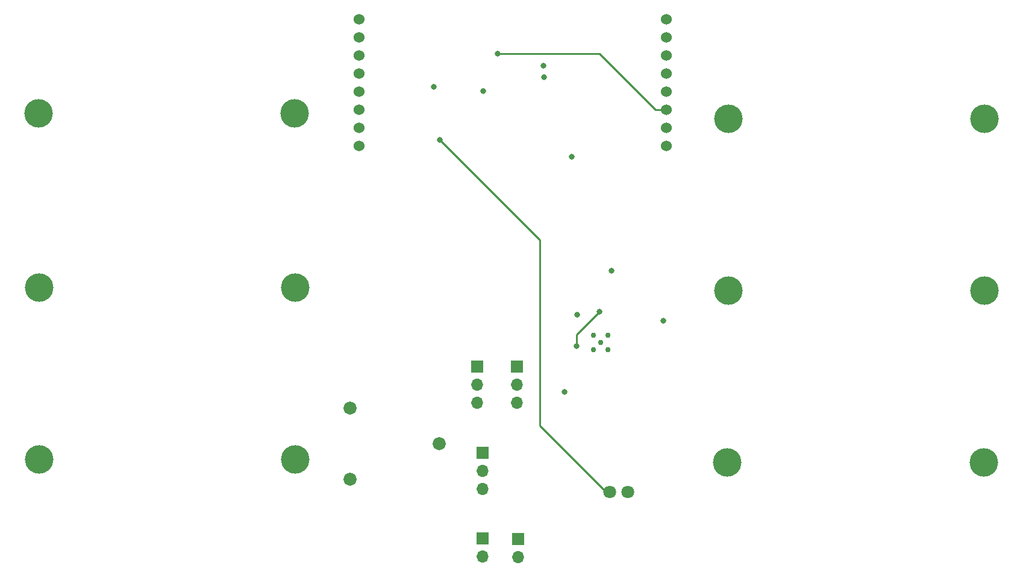
<source format=gbr>
G04 #@! TF.GenerationSoftware,KiCad,Pcbnew,(5.1.5)-3*
G04 #@! TF.CreationDate,2020-04-08T11:42:18+02:00*
G04 #@! TF.ProjectId,sensing_PMU,73656e73-696e-4675-9f50-4d552e6b6963,0.0*
G04 #@! TF.SameCoordinates,Original*
G04 #@! TF.FileFunction,Copper,L4,Bot*
G04 #@! TF.FilePolarity,Positive*
%FSLAX46Y46*%
G04 Gerber Fmt 4.6, Leading zero omitted, Abs format (unit mm)*
G04 Created by KiCad (PCBNEW (5.1.5)-3) date 2020-04-08 11:42:18*
%MOMM*%
%LPD*%
G04 APERTURE LIST*
%ADD10C,1.524000*%
%ADD11C,1.800000*%
%ADD12C,4.000000*%
%ADD13O,1.700000X1.700000*%
%ADD14R,1.700000X1.700000*%
%ADD15C,1.830000*%
%ADD16C,0.758000*%
%ADD17C,0.800000*%
%ADD18C,0.250000*%
G04 APERTURE END LIST*
D10*
X141700000Y-42800000D03*
X141700000Y-45340000D03*
X141700000Y-47880000D03*
X141700000Y-50420000D03*
X141700000Y-52960000D03*
X141700000Y-55500000D03*
X141700000Y-58040000D03*
X141700000Y-60580000D03*
X184880000Y-42800000D03*
X184880000Y-45340000D03*
X184880000Y-47880000D03*
X184880000Y-50420000D03*
X184880000Y-52960000D03*
X184880000Y-55500000D03*
X184880000Y-58040000D03*
X184880000Y-60580000D03*
D11*
X176930000Y-109170000D03*
X179470000Y-109170000D03*
D12*
X193600000Y-56800000D03*
X229600000Y-56800000D03*
X193600000Y-80920000D03*
X229600000Y-80920000D03*
X193500000Y-105000000D03*
X229500000Y-105000000D03*
X132800000Y-104600000D03*
X96800000Y-104600000D03*
X132800000Y-80480000D03*
X96800000Y-80480000D03*
X96700000Y-56000000D03*
X132700000Y-56000000D03*
D13*
X164100000Y-118340000D03*
D14*
X164100000Y-115800000D03*
D13*
X159100000Y-118240000D03*
D14*
X159100000Y-115700000D03*
D15*
X140500000Y-107400000D03*
X140500000Y-97400000D03*
X153000000Y-102400000D03*
D13*
X163900000Y-96640000D03*
X163900000Y-94100000D03*
D14*
X163900000Y-91560000D03*
D13*
X159100000Y-108780000D03*
X159100000Y-106240000D03*
D14*
X159100000Y-103700000D03*
D13*
X158320000Y-96640000D03*
X158320000Y-94100000D03*
D14*
X158320000Y-91560000D03*
D16*
X176716000Y-87184000D03*
X174684000Y-87184000D03*
X174684000Y-89216000D03*
X176716000Y-89216000D03*
X175700000Y-88200000D03*
D17*
X171600000Y-62100000D03*
X184500000Y-85110000D03*
X177200000Y-78100000D03*
X167690000Y-50910000D03*
X159200000Y-52900000D03*
X170580000Y-95090000D03*
X172350000Y-84250000D03*
X152200000Y-52300000D03*
X167667500Y-49322500D03*
X153070000Y-59700000D03*
X161200000Y-47600000D03*
X175500000Y-83900000D03*
X172300000Y-88700000D03*
D18*
X153070000Y-59700000D02*
X167140000Y-73770000D01*
X176430000Y-109170000D02*
X176930000Y-109170000D01*
X167140000Y-99880000D02*
X176430000Y-109170000D01*
X167140000Y-73770000D02*
X167140000Y-99880000D01*
X183400000Y-55500000D02*
X184880000Y-55500000D01*
X161200000Y-47600000D02*
X175500000Y-47600000D01*
X175500000Y-47600000D02*
X183400000Y-55500000D01*
X175100001Y-84299999D02*
X175500000Y-83900000D01*
X172300000Y-88700000D02*
X172300000Y-87100000D01*
X172300000Y-87100000D02*
X175100001Y-84299999D01*
M02*

</source>
